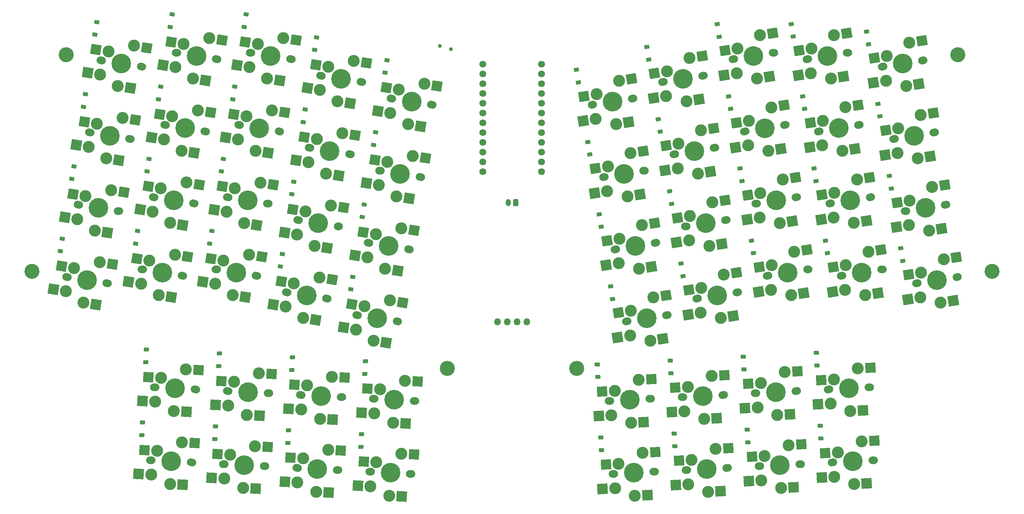
<source format=gbr>
%TF.GenerationSoftware,KiCad,Pcbnew,9.0.2-9.0.2-0~ubuntu24.04.1*%
%TF.CreationDate,2025-06-01T16:16:25+02:00*%
%TF.ProjectId,gandalf,67616e64-616c-4662-9e6b-696361645f70,v1.0.0*%
%TF.SameCoordinates,Original*%
%TF.FileFunction,Soldermask,Bot*%
%TF.FilePolarity,Negative*%
%FSLAX46Y46*%
G04 Gerber Fmt 4.6, Leading zero omitted, Abs format (unit mm)*
G04 Created by KiCad (PCBNEW 9.0.2-9.0.2-0~ubuntu24.04.1) date 2025-06-01 16:16:25*
%MOMM*%
%LPD*%
G01*
G04 APERTURE LIST*
G04 Aperture macros list*
%AMRoundRect*
0 Rectangle with rounded corners*
0 $1 Rounding radius*
0 $2 $3 $4 $5 $6 $7 $8 $9 X,Y pos of 4 corners*
0 Add a 4 corners polygon primitive as box body*
4,1,4,$2,$3,$4,$5,$6,$7,$8,$9,$2,$3,0*
0 Add four circle primitives for the rounded corners*
1,1,$1+$1,$2,$3*
1,1,$1+$1,$4,$5*
1,1,$1+$1,$6,$7*
1,1,$1+$1,$8,$9*
0 Add four rect primitives between the rounded corners*
20,1,$1+$1,$2,$3,$4,$5,0*
20,1,$1+$1,$4,$5,$6,$7,0*
20,1,$1+$1,$6,$7,$8,$9,0*
20,1,$1+$1,$8,$9,$2,$3,0*%
G04 Aperture macros list end*
%ADD10RoundRect,0.050000X-0.663009X0.350599X-0.522217X-0.538320X0.663009X-0.350599X0.522217X0.538320X0*%
%ADD11RoundRect,0.050000X-0.522217X0.538320X-0.663009X-0.350599X0.522217X-0.538320X0.663009X0.350599X0*%
%ADD12RoundRect,0.050000X-0.575627X0.480785X-0.622729X-0.417982X0.575627X-0.480785X0.622729X0.417982X0*%
%ADD13C,3.900000*%
%ADD14RoundRect,0.050000X-0.622729X0.417982X-0.575627X-0.480785X0.622729X-0.417982X0.575627X0.480785X0*%
%ADD15C,1.800000*%
%ADD16C,1.000000*%
%ADD17O,1.800000X1.800000*%
%ADD18O,1.300000X1.850000*%
%ADD19RoundRect,0.260000X-0.390000X-0.665000X0.390000X-0.665000X0.390000X0.665000X-0.390000X0.665000X0*%
%ADD20RoundRect,0.050000X1.080630X1.487360X-1.487360X1.080630X-1.080630X-1.487360X1.487360X-1.080630X0*%
%ADD21RoundRect,0.050000X-1.063760X-1.434064X1.454846X-1.035156X1.063760X1.434064X-1.454846X1.035156X0*%
%ADD22C,2.000000*%
%ADD23C,3.100000*%
%ADD24C,5.100000*%
%ADD25RoundRect,0.050000X1.487360X1.080630X-1.080630X1.487360X-1.487360X-1.080630X1.080630X-1.487360X0*%
%ADD26RoundRect,0.050000X-1.454846X-1.035156X1.063760X-1.434064X1.454846X1.035156X-1.063760X1.434064X0*%
%ADD27RoundRect,0.050000X1.366255X1.230182X-1.230182X1.366255X-1.366255X-1.230182X1.230182X-1.366255X0*%
%ADD28RoundRect,0.050000X-1.338673X-1.181559X1.207833X-1.315015X1.338673X1.181559X-1.207833X1.315015X0*%
%ADD29RoundRect,0.050000X1.230182X1.366255X-1.366255X1.230182X-1.230182X-1.366255X1.366255X-1.230182X0*%
%ADD30RoundRect,0.050000X-1.207833X-1.315015X1.338673X-1.181559X1.207833X1.315015X-1.338673X1.181559X0*%
G04 APERTURE END LIST*
D10*
%TO.C,D35*%
X231779473Y-71436408D03*
X231263239Y-68177036D03*
%TD*%
D11*
%TO.C,D2*%
X79009000Y-83721216D03*
X79525234Y-80461844D03*
%TD*%
%TO.C,D7*%
X101529507Y-62988943D03*
X102045741Y-59729571D03*
%TD*%
%TO.C,D14*%
X136089402Y-87699536D03*
X136605636Y-84440164D03*
%TD*%
%TO.C,D17*%
X151413924Y-112400934D03*
X151930158Y-109141562D03*
%TD*%
%TO.C,D12*%
X123737142Y-44232060D03*
X124253376Y-40972688D03*
%TD*%
D10*
%TO.C,D39*%
X213482699Y-77371728D03*
X212966465Y-74112356D03*
%TD*%
D12*
%TO.C,D42*%
X98147963Y-131380504D03*
X98320671Y-128085028D03*
%TD*%
D10*
%TO.C,D36*%
X228807223Y-52670337D03*
X228290989Y-49410965D03*
%TD*%
%TO.C,D27*%
X269311630Y-65491902D03*
X268795396Y-62232530D03*
%TD*%
%TO.C,D40*%
X210510444Y-58605648D03*
X209994210Y-55346276D03*
%TD*%
D11*
%TO.C,D4*%
X84953506Y-46189053D03*
X85469740Y-42929681D03*
%TD*%
%TO.C,D10*%
X117792633Y-81764218D03*
X118308867Y-78504846D03*
%TD*%
%TO.C,D6*%
X98557253Y-81755028D03*
X99073487Y-78495656D03*
%TD*%
D13*
%TO.C,H1*%
X77540174Y-51444051D03*
%TD*%
D14*
%TO.C,D54*%
X234570185Y-134206649D03*
X234397477Y-130911171D03*
%TD*%
D15*
%TO.C,MCU1*%
X200942077Y-81865994D03*
X185702077Y-81865995D03*
X200942077Y-79325997D03*
X185702077Y-79325997D03*
X200942077Y-76785995D03*
X185702077Y-76785995D03*
X200942077Y-74245995D03*
X185702077Y-74245995D03*
X200942077Y-71705995D03*
X185702078Y-71705995D03*
X200942077Y-69165995D03*
X185702077Y-69165995D03*
X200942077Y-66625995D03*
X185702077Y-66625995D03*
X200942077Y-64085995D03*
X185702077Y-64085995D03*
X200942076Y-61545995D03*
X185702077Y-61545995D03*
X200942077Y-59005995D03*
X185702077Y-59005995D03*
X200942077Y-56465995D03*
X185702077Y-56465995D03*
X200942077Y-53925993D03*
X185702077Y-53925993D03*
%TD*%
D13*
%TO.C,H3*%
X68623409Y-107742294D03*
%TD*%
D10*
%TO.C,D37*%
X219427210Y-114903881D03*
X218910976Y-111644509D03*
%TD*%
D11*
%TO.C,D1*%
X76036743Y-102487287D03*
X76552977Y-99227915D03*
%TD*%
%TO.C,D11*%
X120764887Y-62998135D03*
X121281121Y-59738763D03*
%TD*%
D10*
%TO.C,D33*%
X237723985Y-108968565D03*
X237207751Y-105709193D03*
%TD*%
D11*
%TO.C,D19*%
X157358439Y-74868773D03*
X157874673Y-71609401D03*
%TD*%
D10*
%TO.C,D26*%
X272283884Y-84257978D03*
X271767650Y-80998606D03*
%TD*%
%TO.C,D23*%
X288859884Y-67458082D03*
X288343650Y-64198710D03*
%TD*%
%TO.C,D32*%
X247103996Y-46735008D03*
X246587762Y-43475636D03*
%TD*%
%TO.C,D30*%
X253048503Y-84267164D03*
X252532269Y-81007792D03*
%TD*%
D12*
%TO.C,D45*%
X135101510Y-152343231D03*
X135274218Y-149047755D03*
%TD*%
D13*
%TO.C,H6*%
X210132652Y-132929799D03*
%TD*%
D16*
%TO.C,PWR1*%
X177461271Y-50012959D03*
X174592358Y-49135838D03*
%TD*%
D11*
%TO.C,D5*%
X95584992Y-100521110D03*
X96101226Y-97261738D03*
%TD*%
%TO.C,D8*%
X104501761Y-44222870D03*
X105017995Y-40963498D03*
%TD*%
D10*
%TO.C,D24*%
X285887633Y-48692003D03*
X285371399Y-45432631D03*
%TD*%
D12*
%TO.C,D44*%
X117121932Y-132374887D03*
X117294640Y-129079411D03*
%TD*%
D10*
%TO.C,D28*%
X266339371Y-46725822D03*
X265823137Y-43466450D03*
%TD*%
%TO.C,D21*%
X294804394Y-104990248D03*
X294288160Y-101730876D03*
%TD*%
D11*
%TO.C,D9*%
X114820376Y-100530295D03*
X115336610Y-97270923D03*
%TD*%
%TO.C,D3*%
X81981253Y-64955134D03*
X82497487Y-61695762D03*
%TD*%
D10*
%TO.C,D34*%
X234751731Y-90202485D03*
X234235497Y-86943113D03*
%TD*%
D12*
%TO.C,D43*%
X116127546Y-151348850D03*
X116300254Y-148053374D03*
%TD*%
%TO.C,D41*%
X97153588Y-150354470D03*
X97326296Y-147058994D03*
%TD*%
D11*
%TO.C,D18*%
X154386181Y-93634858D03*
X154902415Y-90375486D03*
%TD*%
D10*
%TO.C,D29*%
X256020763Y-103033241D03*
X255504529Y-99773869D03*
%TD*%
%TO.C,D22*%
X291832141Y-86224161D03*
X291315907Y-82964789D03*
%TD*%
D12*
%TO.C,D46*%
X136095889Y-133369278D03*
X136268597Y-130073802D03*
%TD*%
%TO.C,D47*%
X154075467Y-153337613D03*
X154248175Y-150042137D03*
%TD*%
D10*
%TO.C,D38*%
X216454948Y-96137805D03*
X215938714Y-92878433D03*
%TD*%
D17*
%TO.C,DISP1*%
X197132074Y-120858148D03*
X194592074Y-120858150D03*
X192052074Y-120858150D03*
X189512074Y-120858148D03*
%TD*%
D13*
%TO.C,H2*%
X309103977Y-51444049D03*
%TD*%
D11*
%TO.C,D13*%
X133117159Y-106465617D03*
X133633393Y-103206245D03*
%TD*%
D12*
%TO.C,D48*%
X155069853Y-134363658D03*
X155242561Y-131068182D03*
%TD*%
D14*
%TO.C,D55*%
X216590608Y-154174988D03*
X216417900Y-150879510D03*
%TD*%
%TO.C,D51*%
X254538525Y-152186224D03*
X254365817Y-148890746D03*
%TD*%
D18*
%TO.C,JST1*%
X192322071Y-89873309D03*
D19*
X194322071Y-89873309D03*
%TD*%
D13*
%TO.C,H4*%
X318020734Y-107742287D03*
%TD*%
%TO.C,H5*%
X176511493Y-132929800D03*
%TD*%
D14*
%TO.C,D53*%
X235564569Y-153180606D03*
X235391861Y-149885128D03*
%TD*%
%TO.C,D52*%
X253544144Y-133212268D03*
X253371436Y-129916790D03*
%TD*%
%TO.C,D50*%
X272518105Y-132217880D03*
X272345397Y-128922402D03*
%TD*%
D11*
%TO.C,D20*%
X160330693Y-56102698D03*
X160846927Y-52843326D03*
%TD*%
D10*
%TO.C,D31*%
X250076248Y-65501089D03*
X249560014Y-62241717D03*
%TD*%
D11*
%TO.C,D15*%
X139061661Y-68933460D03*
X139577895Y-65674088D03*
%TD*%
%TO.C,D16*%
X142033914Y-50167381D03*
X142550148Y-46908009D03*
%TD*%
D14*
%TO.C,D49*%
X273512488Y-151191842D03*
X273339780Y-147896364D03*
%TD*%
D10*
%TO.C,D25*%
X275256139Y-103024057D03*
X274739905Y-99764685D03*
%TD*%
D14*
%TO.C,D56*%
X215596229Y-135201028D03*
X215423521Y-131905550D03*
%TD*%
D20*
%TO.C,S31*%
X251384623Y-75519759D03*
D21*
X251576000Y-69121043D03*
D20*
X263136580Y-75885856D03*
D21*
X263946503Y-64590087D03*
D22*
X253538829Y-71381823D03*
X253953659Y-71316120D03*
D23*
X254619303Y-75007438D03*
X254810679Y-68608721D03*
X259901901Y-76398179D03*
D24*
X258971115Y-70521434D03*
D23*
X260685157Y-65106633D03*
D22*
X263988571Y-69726748D03*
X264403401Y-69661045D03*
%TD*%
D25*
%TO.C,S16*%
X140182312Y-60100013D03*
D26*
X142341634Y-54073611D03*
D25*
X151245956Y-64079745D03*
D26*
X155506825Y-53587114D03*
D22*
X143509777Y-56830288D03*
X143924606Y-56895992D03*
D23*
X143416991Y-60612337D03*
X145576313Y-54585934D03*
X148011277Y-63567423D03*
D24*
X148942062Y-57690678D03*
D23*
X152245477Y-53070565D03*
D22*
X153959518Y-58485364D03*
X154374347Y-58551068D03*
%TD*%
D25*
%TO.C,S15*%
X137210059Y-78866089D03*
D26*
X139369381Y-72839687D03*
D25*
X148273703Y-82845821D03*
D26*
X152534572Y-72353190D03*
D22*
X140537524Y-75596364D03*
X140952353Y-75662068D03*
D23*
X140444738Y-79378413D03*
X142604060Y-73352010D03*
X145039024Y-82333499D03*
D24*
X145969809Y-76456754D03*
D23*
X149273224Y-71836641D03*
D22*
X150987265Y-77251440D03*
X151402094Y-77317144D03*
%TD*%
D25*
%TO.C,S14*%
X134237804Y-97632172D03*
D26*
X136397126Y-91605770D03*
D25*
X145301448Y-101611904D03*
D26*
X149562317Y-91119273D03*
D22*
X137565269Y-94362447D03*
X137980098Y-94428151D03*
D23*
X137472483Y-98144496D03*
X139631805Y-92118093D03*
X142066769Y-101099582D03*
D24*
X142997554Y-95222837D03*
D23*
X146300969Y-90602724D03*
D22*
X148015010Y-96017523D03*
X148429839Y-96083227D03*
%TD*%
D25*
%TO.C,S13*%
X131265546Y-116398244D03*
D26*
X133424868Y-110371842D03*
D25*
X142329190Y-120377976D03*
D26*
X146590059Y-109885345D03*
D22*
X134593011Y-113128519D03*
X135007840Y-113194223D03*
D23*
X134500225Y-116910568D03*
X136659547Y-110884165D03*
X139094511Y-119865654D03*
D24*
X140025296Y-113988909D03*
D23*
X143328711Y-109368796D03*
D22*
X145042752Y-114783595D03*
X145457581Y-114849299D03*
%TD*%
D25*
%TO.C,S12*%
X121885534Y-54164695D03*
D26*
X124044856Y-48138293D03*
D25*
X132949178Y-58144427D03*
D26*
X137210047Y-47651796D03*
D22*
X125212999Y-50894970D03*
X125627828Y-50960674D03*
D23*
X125120213Y-54677019D03*
X127279535Y-48650616D03*
X129714499Y-57632105D03*
D24*
X130645284Y-51755360D03*
D23*
X133948699Y-47135247D03*
D22*
X135662740Y-52550046D03*
X136077569Y-52615750D03*
%TD*%
D25*
%TO.C,S11*%
X118913281Y-72930768D03*
D26*
X121072603Y-66904366D03*
D25*
X129976925Y-76910500D03*
D26*
X134237794Y-66417869D03*
D22*
X122240746Y-69661043D03*
X122655575Y-69726747D03*
D23*
X122147960Y-73443092D03*
X124307282Y-67416689D03*
X126742246Y-76398178D03*
D24*
X127673031Y-70521433D03*
D23*
X130976446Y-65901320D03*
D22*
X132690487Y-71316119D03*
X133105316Y-71381823D03*
%TD*%
D25*
%TO.C,S10*%
X115941031Y-91696852D03*
D26*
X118100353Y-85670450D03*
D25*
X127004675Y-95676584D03*
D26*
X131265544Y-85183953D03*
D22*
X119268496Y-88427127D03*
X119683325Y-88492831D03*
D23*
X119175710Y-92209176D03*
X121335032Y-86182773D03*
X123769996Y-95164262D03*
D24*
X124700781Y-89287517D03*
D23*
X128004196Y-84667404D03*
D22*
X129718237Y-90082203D03*
X130133066Y-90147907D03*
%TD*%
D25*
%TO.C,S9*%
X112968774Y-110462926D03*
D26*
X115128096Y-104436524D03*
D25*
X124032418Y-114442658D03*
D26*
X128293287Y-103950027D03*
D22*
X116296239Y-107193201D03*
X116711068Y-107258905D03*
D23*
X116203453Y-110975250D03*
X118362775Y-104948847D03*
X120797739Y-113930336D03*
D24*
X121728524Y-108053591D03*
D23*
X125031939Y-103433478D03*
D22*
X126745980Y-108848277D03*
X127160809Y-108913981D03*
%TD*%
D27*
%TO.C,S46*%
X135292678Y-143441040D03*
D28*
X136810240Y-137221935D03*
D27*
X146711710Y-146242505D03*
D28*
X149852457Y-135361968D03*
D22*
X138260135Y-139841411D03*
X138679559Y-139863392D03*
D23*
X138563189Y-143612441D03*
X140080751Y-137393339D03*
X143441198Y-146071105D03*
D24*
X143752597Y-140129259D03*
D23*
X146554983Y-135189154D03*
D22*
X148825635Y-140395126D03*
X149245059Y-140417107D03*
%TD*%
D27*
%TO.C,S44*%
X116318721Y-142446657D03*
D28*
X117836283Y-136227552D03*
D27*
X127737753Y-145248122D03*
D28*
X130878500Y-134367585D03*
D22*
X119286178Y-138847028D03*
X119705602Y-138869009D03*
D23*
X119589232Y-142618058D03*
X121106794Y-136398956D03*
X124467241Y-145076722D03*
D24*
X124778640Y-139134876D03*
D23*
X127581026Y-134194771D03*
D22*
X129851678Y-139400743D03*
X130271102Y-139422724D03*
%TD*%
D29*
%TO.C,S50*%
X272772077Y-142318431D03*
D30*
X273631253Y-135974772D03*
D29*
X284421388Y-143910936D03*
D30*
X286407604Y-132761705D03*
D22*
X275347015Y-138428338D03*
X275766439Y-138406357D03*
D23*
X276042589Y-142147030D03*
X276901765Y-135803371D03*
X281150877Y-144082332D03*
D24*
X280839477Y-138140490D03*
D23*
X283110130Y-132934518D03*
D22*
X285912515Y-137874623D03*
X286331939Y-137852642D03*
%TD*%
D27*
%TO.C,S43*%
X115324326Y-161420614D03*
D28*
X116841888Y-155201509D03*
D27*
X126743358Y-164222079D03*
D28*
X129884105Y-153341542D03*
D22*
X118291783Y-157820985D03*
X118711207Y-157842966D03*
D23*
X118594837Y-161592015D03*
X120112399Y-155372913D03*
X123472846Y-164050679D03*
D24*
X123784245Y-158108833D03*
D23*
X126586631Y-153168728D03*
D22*
X128857283Y-158374700D03*
X129276707Y-158396681D03*
%TD*%
D20*
%TO.C,S30*%
X254356876Y-94285835D03*
D21*
X254548253Y-87887119D03*
D20*
X266108833Y-94651932D03*
D21*
X266918756Y-83356163D03*
D22*
X256511082Y-90147899D03*
X256925912Y-90082196D03*
D23*
X257591556Y-93773514D03*
X257782932Y-87374797D03*
X262874154Y-95164255D03*
D24*
X261943368Y-89287510D03*
D23*
X263657410Y-83872709D03*
D22*
X266960824Y-88492824D03*
X267375654Y-88427121D03*
%TD*%
D20*
%TO.C,S29*%
X257329134Y-113051911D03*
D21*
X257520511Y-106653195D03*
D20*
X269081091Y-113418008D03*
D21*
X269891014Y-102122239D03*
D22*
X259483340Y-108913975D03*
X259898170Y-108848272D03*
D23*
X260563814Y-112539590D03*
X260755190Y-106140873D03*
X265846412Y-113930331D03*
D24*
X264915626Y-108053586D03*
D23*
X266629668Y-102638785D03*
D22*
X269933082Y-107258900D03*
X270347912Y-107193197D03*
%TD*%
D20*
%TO.C,S28*%
X267647749Y-56744490D03*
D21*
X267839126Y-50345774D03*
D20*
X279399706Y-57110587D03*
D21*
X280209629Y-45814818D03*
D22*
X269801955Y-52606554D03*
X270216785Y-52540851D03*
D23*
X270882429Y-56232169D03*
X271073805Y-49833452D03*
X276165027Y-57622910D03*
D24*
X275234241Y-51746165D03*
D23*
X276948283Y-46331364D03*
D22*
X280251697Y-50951479D03*
X280666527Y-50885776D03*
%TD*%
D20*
%TO.C,S27*%
X270620005Y-75510566D03*
D21*
X270811382Y-69111850D03*
D20*
X282371962Y-75876663D03*
D21*
X283181885Y-64580894D03*
D22*
X272774211Y-71372630D03*
X273189041Y-71306927D03*
D23*
X273854685Y-74998245D03*
X274046061Y-68599528D03*
X279137283Y-76388986D03*
D24*
X278206497Y-70512241D03*
D23*
X279920539Y-65097440D03*
D22*
X283223953Y-69717555D03*
X283638783Y-69651852D03*
%TD*%
D20*
%TO.C,S23*%
X290168253Y-77476758D03*
D21*
X290359630Y-71078042D03*
D20*
X301920210Y-77842855D03*
D21*
X302730133Y-66547086D03*
D22*
X292322459Y-73338822D03*
X292737289Y-73273119D03*
D23*
X293402933Y-76964437D03*
X293594309Y-70565720D03*
X298685531Y-78355178D03*
D24*
X297754745Y-72478433D03*
D23*
X299468787Y-67063632D03*
D22*
X302772201Y-71683747D03*
X303187031Y-71618044D03*
%TD*%
D20*
%TO.C,S39*%
X214791075Y-87390403D03*
D21*
X214982452Y-80991687D03*
D20*
X226543032Y-87756500D03*
D21*
X227352955Y-76460731D03*
D22*
X216945281Y-83252467D03*
X217360111Y-83186764D03*
D23*
X218025755Y-86878082D03*
X218217131Y-80479365D03*
X223308353Y-88268823D03*
D24*
X222377567Y-82392078D03*
D23*
X224091609Y-76977277D03*
D22*
X227395023Y-81597392D03*
X227809853Y-81531689D03*
%TD*%
D25*
%TO.C,S8*%
X102650159Y-54155498D03*
D26*
X104809481Y-48129096D03*
D25*
X113713803Y-58135230D03*
D26*
X117974672Y-47642599D03*
D22*
X105977624Y-50885773D03*
X106392453Y-50951477D03*
D23*
X105884838Y-54667822D03*
X108044160Y-48641419D03*
X110479124Y-57622908D03*
D24*
X111409909Y-51746163D03*
D23*
X114713324Y-47126050D03*
D22*
X116427365Y-52540849D03*
X116842194Y-52606553D03*
%TD*%
D29*
%TO.C,S49*%
X273766466Y-161292396D03*
D30*
X274625642Y-154948737D03*
D29*
X285415777Y-162884901D03*
D30*
X287401993Y-151735670D03*
D22*
X276341404Y-157402303D03*
X276760828Y-157380322D03*
D23*
X277036978Y-161120995D03*
X277896154Y-154777336D03*
X282145266Y-163056297D03*
D24*
X281833866Y-157114455D03*
D23*
X284104519Y-151908483D03*
D22*
X286906904Y-156848588D03*
X287326328Y-156826607D03*
%TD*%
D29*
%TO.C,S56*%
X215850199Y-145301577D03*
D30*
X216709375Y-138957918D03*
D29*
X227499510Y-146894082D03*
D30*
X229485726Y-135744851D03*
D22*
X218425137Y-141411484D03*
X218844561Y-141389503D03*
D23*
X219120711Y-145130176D03*
X219979887Y-138786517D03*
X224228999Y-147065478D03*
D24*
X223917599Y-141123636D03*
D23*
X226188252Y-135917664D03*
D22*
X228990637Y-140857769D03*
X229410061Y-140835788D03*
%TD*%
D25*
%TO.C,S7*%
X99677901Y-72921576D03*
D26*
X101837223Y-66895174D03*
D25*
X110741545Y-76901308D03*
D26*
X115002414Y-66408677D03*
D22*
X103005366Y-69651851D03*
X103420195Y-69717555D03*
D23*
X102912580Y-73433900D03*
X105071902Y-67407497D03*
X107506866Y-76388986D03*
D24*
X108437651Y-70512241D03*
D23*
X111741066Y-65892128D03*
D22*
X113455107Y-71306927D03*
X113869936Y-71372631D03*
%TD*%
D25*
%TO.C,S6*%
X96705649Y-91687649D03*
D26*
X98864971Y-85661247D03*
D25*
X107769293Y-95667381D03*
D26*
X112030162Y-85174750D03*
D22*
X100033114Y-88417924D03*
X100447943Y-88483628D03*
D23*
X99940328Y-92199973D03*
X102099650Y-86173570D03*
X104534614Y-95155059D03*
D24*
X105465399Y-89278314D03*
D23*
X108768814Y-84658201D03*
D22*
X110482855Y-90073000D03*
X110897684Y-90138704D03*
%TD*%
D25*
%TO.C,S5*%
X93733393Y-110453736D03*
D26*
X95892715Y-104427334D03*
D25*
X104797037Y-114433468D03*
D26*
X109057906Y-103940837D03*
D22*
X97060858Y-107184011D03*
X97475687Y-107249715D03*
D23*
X96968072Y-110966060D03*
X99127394Y-104939657D03*
X101562358Y-113921146D03*
D24*
X102493143Y-108044401D03*
D23*
X105796558Y-103424288D03*
D22*
X107510599Y-108839087D03*
X107925428Y-108904791D03*
%TD*%
D25*
%TO.C,S4*%
X83101907Y-56121686D03*
D26*
X85261229Y-50095284D03*
D25*
X94165551Y-60101418D03*
D26*
X98426420Y-49608787D03*
D22*
X86429372Y-52851961D03*
X86844201Y-52917665D03*
D23*
X86336586Y-56634010D03*
X88495908Y-50607607D03*
X90930872Y-59589096D03*
D24*
X91861657Y-53712351D03*
D23*
X95165072Y-49092238D03*
D22*
X96879113Y-54507037D03*
X97293942Y-54572741D03*
%TD*%
D29*
%TO.C,S55*%
X216844580Y-164275540D03*
D30*
X217703756Y-157931881D03*
D29*
X228493891Y-165868045D03*
D30*
X230480107Y-154718814D03*
D22*
X219419518Y-160385447D03*
X219838942Y-160363466D03*
D23*
X220115092Y-164104139D03*
X220974268Y-157760480D03*
X225223380Y-166039441D03*
D24*
X224911980Y-160097599D03*
D23*
X227182633Y-154891627D03*
D22*
X229985018Y-159831732D03*
X230404442Y-159809751D03*
%TD*%
D20*
%TO.C,S26*%
X273592259Y-94276645D03*
D21*
X273783636Y-87877929D03*
D20*
X285344216Y-94642742D03*
D21*
X286154139Y-83346973D03*
D22*
X275746465Y-90138709D03*
X276161295Y-90073006D03*
D23*
X276826939Y-93764324D03*
X277018315Y-87365607D03*
X282109537Y-95155065D03*
D24*
X281178751Y-89278320D03*
D23*
X282892793Y-83863519D03*
D22*
X286196207Y-88483634D03*
X286611037Y-88417931D03*
%TD*%
D25*
%TO.C,S3*%
X80129646Y-74887770D03*
D26*
X82288968Y-68861368D03*
D25*
X91193290Y-78867502D03*
D26*
X95454159Y-68374871D03*
D22*
X83457111Y-71618045D03*
X83871940Y-71683749D03*
D23*
X83364325Y-75400094D03*
X85523647Y-69373691D03*
X87958611Y-78355180D03*
D24*
X88889396Y-72478435D03*
D23*
X92192811Y-67858322D03*
D22*
X93906852Y-73273121D03*
X94321681Y-73338825D03*
%TD*%
D25*
%TO.C,S2*%
X77157392Y-93653849D03*
D26*
X79316714Y-87627447D03*
D25*
X88221036Y-97633581D03*
D26*
X92481905Y-87140950D03*
D22*
X80484857Y-90384124D03*
X80899686Y-90449828D03*
D23*
X80392071Y-94166173D03*
X82551393Y-88139770D03*
X84986357Y-97121259D03*
D24*
X85917142Y-91244514D03*
D23*
X89220557Y-86624401D03*
D22*
X90934598Y-92039200D03*
X91349427Y-92104904D03*
%TD*%
D25*
%TO.C,S1*%
X74185138Y-112419918D03*
D26*
X76344460Y-106393516D03*
D25*
X85248782Y-116399650D03*
D26*
X89509651Y-105907019D03*
D22*
X77512603Y-109150193D03*
X77927432Y-109215897D03*
D23*
X77419817Y-112932242D03*
X79579139Y-106905839D03*
X82014103Y-115887328D03*
D24*
X82944888Y-110010583D03*
D23*
X86248303Y-105390470D03*
D22*
X87962344Y-110805269D03*
X88377173Y-110870973D03*
%TD*%
D20*
%TO.C,S25*%
X276564516Y-113042727D03*
D21*
X276755893Y-106644011D03*
D20*
X288316473Y-113408824D03*
D21*
X289126396Y-102113055D03*
D22*
X278718722Y-108904791D03*
X279133552Y-108839088D03*
D23*
X279799196Y-112530406D03*
X279990572Y-106131689D03*
X285081794Y-113921147D03*
D24*
X284151008Y-108044402D03*
D23*
X285865050Y-102629601D03*
D22*
X289168464Y-107249716D03*
X289583294Y-107184013D03*
%TD*%
D20*
%TO.C,S24*%
X287196001Y-58710675D03*
D21*
X287387378Y-52311959D03*
D20*
X298947958Y-59076772D03*
D21*
X299757881Y-47781003D03*
D22*
X289350207Y-54572739D03*
X289765037Y-54507036D03*
D23*
X290430681Y-58198354D03*
X290622057Y-51799637D03*
X295713279Y-59589095D03*
D24*
X294782493Y-53712350D03*
D23*
X296496535Y-48297549D03*
D22*
X299799949Y-52917664D03*
X300214779Y-52851961D03*
%TD*%
D20*
%TO.C,S22*%
X293140515Y-96242838D03*
D21*
X293331892Y-89844122D03*
D20*
X304892472Y-96608935D03*
D21*
X305702395Y-85313166D03*
D22*
X295294721Y-92104902D03*
X295709551Y-92039199D03*
D23*
X296375195Y-95730517D03*
X296566571Y-89331800D03*
X301657793Y-97121258D03*
D24*
X300727007Y-91244513D03*
D23*
X302441049Y-85829712D03*
D22*
X305744463Y-90449827D03*
X306159293Y-90384124D03*
%TD*%
D20*
%TO.C,S21*%
X296112768Y-115008913D03*
D21*
X296304145Y-108610197D03*
D20*
X307864725Y-115375010D03*
D21*
X308674648Y-104079241D03*
D22*
X298266974Y-110870977D03*
X298681804Y-110805274D03*
D23*
X299347448Y-114496592D03*
X299538824Y-108097875D03*
X304630046Y-115887333D03*
D24*
X303699260Y-110010588D03*
D23*
X305413302Y-104595787D03*
D22*
X308716716Y-109215902D03*
X309131546Y-109150199D03*
%TD*%
D25*
%TO.C,S20*%
X158479089Y-66035334D03*
D26*
X160638411Y-60008932D03*
D25*
X169542733Y-70015066D03*
D26*
X173803602Y-59522435D03*
D22*
X161806554Y-62765609D03*
X162221383Y-62831313D03*
D23*
X161713768Y-66547658D03*
X163873090Y-60521255D03*
X166308054Y-69502744D03*
D24*
X167238839Y-63625999D03*
D23*
X170542254Y-59005886D03*
D22*
X172256295Y-64420685D03*
X172671124Y-64486389D03*
%TD*%
D20*
%TO.C,S38*%
X217763329Y-106156475D03*
D21*
X217954706Y-99757759D03*
D20*
X229515286Y-106522572D03*
D21*
X230325209Y-95226803D03*
D22*
X219917535Y-102018539D03*
X220332365Y-101952836D03*
D23*
X220998009Y-105644154D03*
X221189385Y-99245437D03*
X226280607Y-107034895D03*
D24*
X225349821Y-101158150D03*
D23*
X227063863Y-95743349D03*
D22*
X230367277Y-100363464D03*
X230782107Y-100297761D03*
%TD*%
D27*
%TO.C,S45*%
X134298296Y-162415002D03*
D28*
X135815858Y-156195897D03*
D27*
X145717328Y-165216467D03*
D28*
X148858075Y-154335930D03*
D22*
X137265753Y-158815373D03*
X137685177Y-158837354D03*
D23*
X137568807Y-162586403D03*
X139086369Y-156367301D03*
X142446816Y-165045067D03*
D24*
X142758215Y-159103221D03*
D23*
X145560601Y-154163116D03*
D22*
X147831253Y-159369088D03*
X148250677Y-159391069D03*
%TD*%
D20*
%TO.C,S37*%
X220735588Y-124922557D03*
D21*
X220926965Y-118523841D03*
D20*
X232487545Y-125288654D03*
D21*
X233297468Y-113992885D03*
D22*
X222889794Y-120784621D03*
X223304624Y-120718918D03*
D23*
X223970268Y-124410236D03*
X224161644Y-118011519D03*
X229252866Y-125800977D03*
D24*
X228322080Y-119924232D03*
D23*
X230036122Y-114509431D03*
D22*
X233339536Y-119129546D03*
X233754366Y-119063843D03*
%TD*%
D27*
%TO.C,S48*%
X154266636Y-144435426D03*
D28*
X155784198Y-138216321D03*
D27*
X165685668Y-147236891D03*
D28*
X168826415Y-136356354D03*
D22*
X157234093Y-140835797D03*
X157653517Y-140857778D03*
D23*
X157537147Y-144606827D03*
X159054709Y-138387725D03*
X162415156Y-147065491D03*
D24*
X162726555Y-141123645D03*
D23*
X165528941Y-136183540D03*
D22*
X167799593Y-141389512D03*
X168219017Y-141411493D03*
%TD*%
D27*
%TO.C,S42*%
X97344749Y-141452273D03*
D28*
X98862311Y-135233168D03*
D27*
X108763781Y-144253738D03*
D28*
X111904528Y-133373201D03*
D22*
X100312206Y-137852644D03*
X100731630Y-137874625D03*
D23*
X100615260Y-141623674D03*
X102132822Y-135404572D03*
X105493269Y-144082338D03*
D24*
X105804668Y-138140492D03*
D23*
X108607054Y-133200387D03*
D22*
X110877706Y-138406359D03*
X111297130Y-138428340D03*
%TD*%
D29*
%TO.C,S54*%
X234824155Y-144307202D03*
D30*
X235683331Y-137963543D03*
D29*
X246473466Y-145899707D03*
D30*
X248459682Y-134750476D03*
D22*
X237399093Y-140417109D03*
X237818517Y-140395128D03*
D23*
X238094667Y-144135801D03*
X238953843Y-137792142D03*
X243202955Y-146071103D03*
D24*
X242891555Y-140129261D03*
D23*
X245162208Y-134923289D03*
D22*
X247964593Y-139863394D03*
X248384017Y-139841413D03*
%TD*%
D27*
%TO.C,S41*%
X96350370Y-160426230D03*
D28*
X97867932Y-154207125D03*
D27*
X107769402Y-163227695D03*
D28*
X110910149Y-152347158D03*
D22*
X99317827Y-156826601D03*
X99737251Y-156848582D03*
D23*
X99620881Y-160597631D03*
X101138443Y-154378529D03*
X104498890Y-163056295D03*
D24*
X104810289Y-157114449D03*
D23*
X107612675Y-152174344D03*
D22*
X109883327Y-157380316D03*
X110302751Y-157402297D03*
%TD*%
D25*
%TO.C,S19*%
X155506834Y-84801407D03*
D26*
X157666156Y-78775005D03*
D25*
X166570478Y-88781139D03*
D26*
X170831347Y-78288508D03*
D22*
X158834299Y-81531682D03*
X159249128Y-81597386D03*
D23*
X158741513Y-85313731D03*
X160900835Y-79287328D03*
X163335799Y-88268817D03*
D24*
X164266584Y-82392072D03*
D23*
X167569999Y-77771959D03*
D22*
X169284040Y-83186758D03*
X169698869Y-83252462D03*
%TD*%
D25*
%TO.C,S18*%
X152534580Y-103567487D03*
D26*
X154693902Y-97541085D03*
D25*
X163598224Y-107547219D03*
D26*
X167859093Y-97054588D03*
D22*
X155862045Y-100297762D03*
X156276874Y-100363466D03*
D23*
X155769259Y-104079811D03*
X157928581Y-98053408D03*
X160363545Y-107034897D03*
D24*
X161294330Y-101158152D03*
D23*
X164597745Y-96538039D03*
D22*
X166311786Y-101952838D03*
X166726615Y-102018542D03*
%TD*%
D27*
%TO.C,S47*%
X153272254Y-163409379D03*
D28*
X154789816Y-157190274D03*
D27*
X164691286Y-166210844D03*
D28*
X167832033Y-155330307D03*
D22*
X156239711Y-159809750D03*
X156659135Y-159831731D03*
D23*
X156542765Y-163580780D03*
X158060327Y-157361678D03*
X161420774Y-166039444D03*
D24*
X161732173Y-160097598D03*
D23*
X164534559Y-155157493D03*
D22*
X166805211Y-160363465D03*
X167224635Y-160385446D03*
%TD*%
D29*
%TO.C,S53*%
X235818540Y-163281160D03*
D30*
X236677716Y-156937501D03*
D29*
X247467851Y-164873665D03*
D30*
X249454067Y-153724434D03*
D22*
X238393478Y-159391067D03*
X238812902Y-159369086D03*
D23*
X239089052Y-163109759D03*
X239948228Y-156766100D03*
X244197340Y-165045061D03*
D24*
X243885940Y-159103219D03*
D23*
X246156593Y-153897247D03*
D22*
X248958978Y-158837352D03*
X249378402Y-158815371D03*
%TD*%
D20*
%TO.C,S36*%
X230115594Y-62689001D03*
D21*
X230306971Y-56290285D03*
D20*
X241867551Y-63055098D03*
D21*
X242677474Y-51759329D03*
D22*
X232269800Y-58551065D03*
X232684630Y-58485362D03*
D23*
X233350274Y-62176680D03*
X233541650Y-55777963D03*
X238632872Y-63567421D03*
D24*
X237702086Y-57690676D03*
D23*
X239416128Y-52275875D03*
D22*
X242719542Y-56895990D03*
X243134372Y-56830287D03*
%TD*%
D29*
%TO.C,S52*%
X253798120Y-143312814D03*
D30*
X254657296Y-136969155D03*
D29*
X265447431Y-144905319D03*
D30*
X267433647Y-133756088D03*
D22*
X256373058Y-139422721D03*
X256792482Y-139400740D03*
D23*
X257068632Y-143141413D03*
X257927808Y-136797754D03*
X262176920Y-145076715D03*
D24*
X261865520Y-139134873D03*
D23*
X264136173Y-133928901D03*
D22*
X266938558Y-138869006D03*
X267357982Y-138847025D03*
%TD*%
D20*
%TO.C,S40*%
X211818822Y-68624318D03*
D21*
X212010199Y-62225602D03*
D20*
X223570779Y-68990415D03*
D21*
X224380702Y-57694646D03*
D22*
X213973028Y-64486382D03*
X214387858Y-64420679D03*
D23*
X215053502Y-68111997D03*
X215244878Y-61713280D03*
X220336100Y-69502738D03*
D24*
X219405314Y-63625993D03*
D23*
X221119356Y-58211192D03*
D22*
X224422770Y-62831307D03*
X224837600Y-62765604D03*
%TD*%
D25*
%TO.C,S17*%
X149562320Y-122333566D03*
D26*
X151721642Y-116307164D03*
D25*
X160625964Y-126313298D03*
D26*
X164886833Y-115820667D03*
D22*
X152889785Y-119063841D03*
X153304614Y-119129545D03*
D23*
X152796999Y-122845890D03*
X154956321Y-116819487D03*
X157391285Y-125800976D03*
D24*
X158322070Y-119924231D03*
D23*
X161625485Y-115304118D03*
D22*
X163339526Y-120718917D03*
X163754355Y-120784621D03*
%TD*%
D29*
%TO.C,S51*%
X254792495Y-162286780D03*
D30*
X255651671Y-155943121D03*
D29*
X266441806Y-163879285D03*
D30*
X268428022Y-152730054D03*
D22*
X257367433Y-158396687D03*
X257786857Y-158374706D03*
D23*
X258063007Y-162115379D03*
X258922183Y-155771720D03*
X263171295Y-164050681D03*
D24*
X262859895Y-158108839D03*
D23*
X265130548Y-152902867D03*
D22*
X267932933Y-157842972D03*
X268352357Y-157820991D03*
%TD*%
D20*
%TO.C,S35*%
X233087848Y-81455079D03*
D21*
X233279225Y-75056363D03*
D20*
X244839805Y-81821176D03*
D21*
X245649728Y-70525407D03*
D22*
X235242054Y-77317143D03*
X235656884Y-77251440D03*
D23*
X236322528Y-80942758D03*
X236513904Y-74544041D03*
X241605126Y-82333499D03*
D24*
X240674340Y-76456754D03*
D23*
X242388382Y-71041953D03*
D22*
X245691796Y-75662068D03*
X246106626Y-75596365D03*
%TD*%
D20*
%TO.C,S32*%
X248412370Y-56753677D03*
D21*
X248603747Y-50354961D03*
D20*
X260164327Y-57119774D03*
D21*
X260974250Y-45824005D03*
D22*
X250566576Y-52615741D03*
X250981406Y-52550038D03*
D23*
X251647050Y-56241356D03*
X251838426Y-49842639D03*
X256929648Y-57632097D03*
D24*
X255998862Y-51755352D03*
D23*
X257712904Y-46340551D03*
D22*
X261016318Y-50960666D03*
X261431148Y-50894963D03*
%TD*%
D20*
%TO.C,S34*%
X236060103Y-100221158D03*
D21*
X236251480Y-93822442D03*
D20*
X247812060Y-100587255D03*
D21*
X248621983Y-89291486D03*
D22*
X238214309Y-96083222D03*
X238629139Y-96017519D03*
D23*
X239294783Y-99708837D03*
X239486159Y-93310120D03*
X244577381Y-101099578D03*
D24*
X243646595Y-95222833D03*
D23*
X245360637Y-89808032D03*
D22*
X248664051Y-94428147D03*
X249078881Y-94362444D03*
%TD*%
D20*
%TO.C,S33*%
X239032358Y-118987234D03*
D21*
X239223735Y-112588518D03*
D20*
X250784315Y-119353331D03*
D21*
X251594238Y-108057562D03*
D22*
X241186564Y-114849298D03*
X241601394Y-114783595D03*
D23*
X242267038Y-118474913D03*
X242458414Y-112076196D03*
X247549636Y-119865654D03*
D24*
X246618850Y-113988909D03*
D23*
X248332892Y-108574108D03*
D22*
X251636306Y-113194223D03*
X252051136Y-113128520D03*
%TD*%
M02*

</source>
